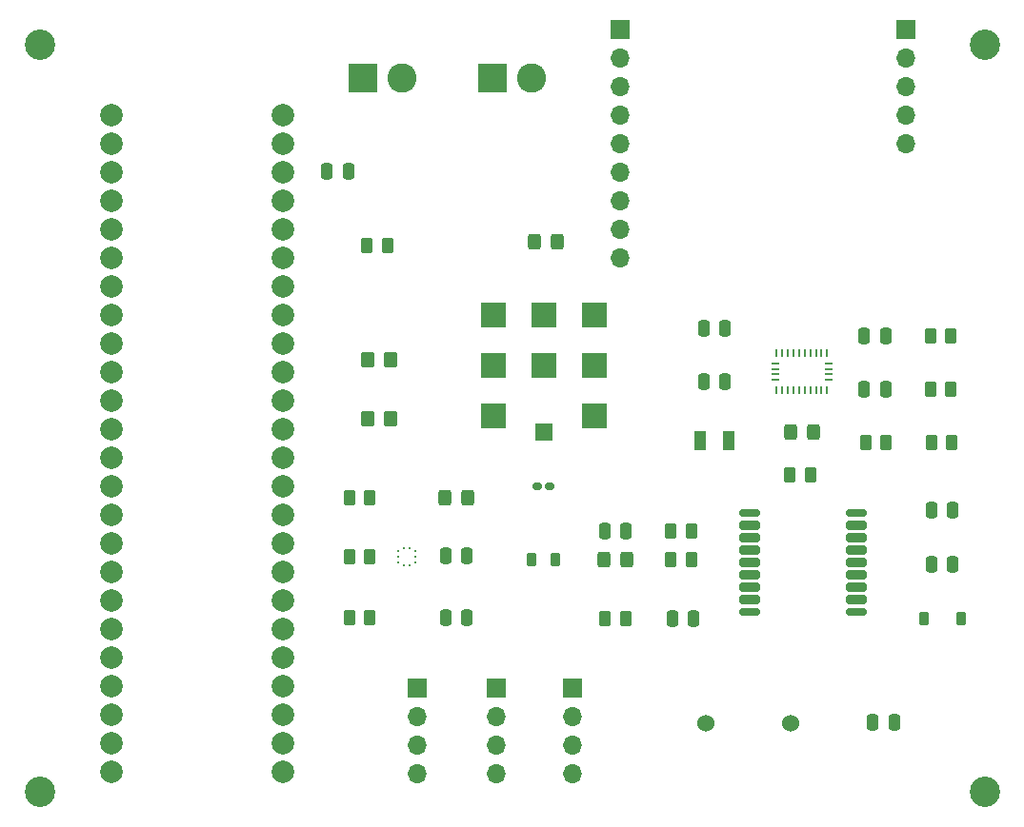
<source format=gbr>
%TF.GenerationSoftware,KiCad,Pcbnew,7.0.7*%
%TF.CreationDate,2024-02-14T21:09:05-05:00*%
%TF.ProjectId,Unified_Board,556e6966-6965-4645-9f42-6f6172642e6b,rev?*%
%TF.SameCoordinates,Original*%
%TF.FileFunction,Soldermask,Top*%
%TF.FilePolarity,Negative*%
%FSLAX46Y46*%
G04 Gerber Fmt 4.6, Leading zero omitted, Abs format (unit mm)*
G04 Created by KiCad (PCBNEW 7.0.7) date 2024-02-14 21:09:05*
%MOMM*%
%LPD*%
G01*
G04 APERTURE LIST*
G04 Aperture macros list*
%AMRoundRect*
0 Rectangle with rounded corners*
0 $1 Rounding radius*
0 $2 $3 $4 $5 $6 $7 $8 $9 X,Y pos of 4 corners*
0 Add a 4 corners polygon primitive as box body*
4,1,4,$2,$3,$4,$5,$6,$7,$8,$9,$2,$3,0*
0 Add four circle primitives for the rounded corners*
1,1,$1+$1,$2,$3*
1,1,$1+$1,$4,$5*
1,1,$1+$1,$6,$7*
1,1,$1+$1,$8,$9*
0 Add four rect primitives between the rounded corners*
20,1,$1+$1,$2,$3,$4,$5,0*
20,1,$1+$1,$4,$5,$6,$7,0*
20,1,$1+$1,$6,$7,$8,$9,0*
20,1,$1+$1,$8,$9,$2,$3,0*%
G04 Aperture macros list end*
%ADD10R,1.700000X1.700000*%
%ADD11O,1.700000X1.700000*%
%ADD12RoundRect,0.250000X-0.262500X-0.450000X0.262500X-0.450000X0.262500X0.450000X-0.262500X0.450000X0*%
%ADD13RoundRect,0.250000X-0.250000X-0.475000X0.250000X-0.475000X0.250000X0.475000X-0.250000X0.475000X0*%
%ADD14R,1.500000X1.500000*%
%ADD15R,2.300000X2.300000*%
%ADD16RoundRect,0.250000X0.325000X0.450000X-0.325000X0.450000X-0.325000X-0.450000X0.325000X-0.450000X0*%
%ADD17RoundRect,0.250000X0.250000X0.475000X-0.250000X0.475000X-0.250000X-0.475000X0.250000X-0.475000X0*%
%ADD18R,2.600000X2.600000*%
%ADD19C,2.600000*%
%ADD20R,0.250000X0.275000*%
%ADD21R,0.275000X0.250000*%
%ADD22C,2.700000*%
%ADD23RoundRect,0.250000X-0.325000X-0.450000X0.325000X-0.450000X0.325000X0.450000X-0.325000X0.450000X0*%
%ADD24R,0.254000X0.675000*%
%ADD25R,0.675000X0.254000*%
%ADD26R,1.000000X1.800000*%
%ADD27RoundRect,0.175000X0.725000X0.175000X-0.725000X0.175000X-0.725000X-0.175000X0.725000X-0.175000X0*%
%ADD28RoundRect,0.200000X0.700000X0.200000X-0.700000X0.200000X-0.700000X-0.200000X0.700000X-0.200000X0*%
%ADD29RoundRect,0.218750X0.218750X0.381250X-0.218750X0.381250X-0.218750X-0.381250X0.218750X-0.381250X0*%
%ADD30RoundRect,0.225000X-0.225000X-0.375000X0.225000X-0.375000X0.225000X0.375000X-0.225000X0.375000X0*%
%ADD31RoundRect,0.250000X-0.350000X-0.450000X0.350000X-0.450000X0.350000X0.450000X-0.350000X0.450000X0*%
%ADD32RoundRect,0.250000X0.262500X0.450000X-0.262500X0.450000X-0.262500X-0.450000X0.262500X-0.450000X0*%
%ADD33C,1.524000*%
%ADD34C,2.000000*%
%ADD35RoundRect,0.160000X-0.222500X-0.160000X0.222500X-0.160000X0.222500X0.160000X-0.222500X0.160000X0*%
G04 APERTURE END LIST*
D10*
%TO.C,J3*%
X107600000Y-96000000D03*
D11*
X107600000Y-98540000D03*
X107600000Y-101080000D03*
X107600000Y-103620000D03*
%TD*%
D12*
%TO.C,R15*%
X103087500Y-56600000D03*
X104912500Y-56600000D03*
%TD*%
D13*
%TO.C,C7*%
X153250000Y-85000000D03*
X155150000Y-85000000D03*
%TD*%
D14*
%TO.C,ANT1*%
X118800000Y-73200000D03*
D15*
X114300000Y-71800000D03*
X123300000Y-71800000D03*
X114300000Y-67300000D03*
X118800000Y-67300000D03*
X123300000Y-67300000D03*
X114300000Y-62800000D03*
X118800000Y-62800000D03*
X123300000Y-62800000D03*
%TD*%
D13*
%TO.C,C12*%
X124250000Y-82000000D03*
X126150000Y-82000000D03*
%TD*%
D16*
%TO.C,D5*%
X142775000Y-73200000D03*
X140725000Y-73200000D03*
%TD*%
D17*
%TO.C,C11*%
X99550000Y-50000000D03*
X101450000Y-50000000D03*
%TD*%
D18*
%TO.C,J1*%
X102750000Y-41750000D03*
D19*
X106250000Y-41750000D03*
%TD*%
D12*
%TO.C,R4*%
X101525000Y-84300000D03*
X103350000Y-84300000D03*
%TD*%
%TO.C,R16*%
X130087500Y-82000000D03*
X131912500Y-82000000D03*
%TD*%
D20*
%TO.C,Alt1*%
X106887500Y-83537500D03*
X106387500Y-83537500D03*
D21*
X105875000Y-83800000D03*
X105875000Y-84300000D03*
X105875000Y-84800000D03*
D20*
X106387500Y-85062500D03*
X106887500Y-85062500D03*
D21*
X107400000Y-84800000D03*
X107400000Y-84300000D03*
X107400000Y-83800000D03*
%TD*%
D13*
%TO.C,C5*%
X133050000Y-68750000D03*
X134950000Y-68750000D03*
%TD*%
D12*
%TO.C,R3*%
X101525000Y-89700000D03*
X103350000Y-89700000D03*
%TD*%
D22*
%TO.C,H1*%
X158000000Y-38750000D03*
%TD*%
D23*
%TO.C,D4*%
X110012500Y-79100000D03*
X112062500Y-79100000D03*
%TD*%
D18*
%TO.C,J7*%
X114250000Y-41750000D03*
D19*
X117750000Y-41750000D03*
%TD*%
D23*
%TO.C,D3*%
X124175000Y-84600000D03*
X126225000Y-84600000D03*
%TD*%
D10*
%TO.C,J2*%
X114600000Y-96000000D03*
D11*
X114600000Y-98540000D03*
X114600000Y-101080000D03*
X114600000Y-103620000D03*
%TD*%
D24*
%TO.C,U1*%
X144000000Y-69500000D03*
D25*
X144137500Y-68587500D03*
X144137500Y-68087500D03*
X144137500Y-67587500D03*
X144137500Y-67087500D03*
D24*
X144000000Y-66175000D03*
X143500000Y-66175000D03*
X143000000Y-66175000D03*
X142500000Y-66175000D03*
X142000000Y-66175000D03*
X141500000Y-66175000D03*
X141000000Y-66175000D03*
X140500000Y-66175000D03*
X140000000Y-66175000D03*
X139500000Y-66175000D03*
D25*
X139362500Y-67087500D03*
X139362500Y-67587500D03*
X139362500Y-68087500D03*
X139362500Y-68587500D03*
D24*
X139500000Y-69500000D03*
X140000000Y-69500000D03*
X140500000Y-69500000D03*
X141000000Y-69500000D03*
X141500000Y-69500000D03*
X142000000Y-69500000D03*
X142500000Y-69500000D03*
X143000000Y-69500000D03*
X143500000Y-69500000D03*
%TD*%
D13*
%TO.C,C2*%
X110087500Y-84200000D03*
X111987500Y-84200000D03*
%TD*%
D12*
%TO.C,R11*%
X140687500Y-77000000D03*
X142512500Y-77000000D03*
%TD*%
%TO.C,R7*%
X153275000Y-74162500D03*
X155100000Y-74162500D03*
%TD*%
%TO.C,R12*%
X101525000Y-79100000D03*
X103350000Y-79100000D03*
%TD*%
D17*
%TO.C,C8*%
X155150000Y-80200000D03*
X153250000Y-80200000D03*
%TD*%
D26*
%TO.C,Y1*%
X132750000Y-74000000D03*
X135250000Y-74000000D03*
%TD*%
D27*
%TO.C,U2*%
X146600000Y-89200000D03*
D28*
X146600000Y-88100000D03*
X146600000Y-87000000D03*
X146600000Y-85900000D03*
X146600000Y-84800000D03*
X146600000Y-83700000D03*
X146600000Y-82600000D03*
X146600000Y-81500000D03*
D27*
X146600000Y-80400000D03*
X137100000Y-80400000D03*
D28*
X137100000Y-81500000D03*
X137100000Y-82600000D03*
X137100000Y-83700000D03*
X137100000Y-84800000D03*
X137100000Y-85900000D03*
X137100000Y-87000000D03*
X137100000Y-88100000D03*
D27*
X137100000Y-89200000D03*
%TD*%
D10*
%TO.C,J4*%
X121400000Y-96000000D03*
D11*
X121400000Y-98540000D03*
X121400000Y-101080000D03*
X121400000Y-103620000D03*
%TD*%
D12*
%TO.C,R6*%
X153187500Y-69412500D03*
X155012500Y-69412500D03*
%TD*%
D29*
%TO.C,FB1*%
X119862500Y-84600000D03*
X117737500Y-84600000D03*
%TD*%
D10*
%TO.C,J5*%
X151000000Y-37380000D03*
D11*
X151000000Y-39920000D03*
X151000000Y-42460000D03*
X151000000Y-45000000D03*
X151000000Y-47540000D03*
%TD*%
D10*
%TO.C,J6*%
X125600000Y-37380000D03*
D11*
X125600000Y-39920000D03*
X125600000Y-42460000D03*
X125600000Y-45000000D03*
X125600000Y-47540000D03*
X125600000Y-50080000D03*
X125600000Y-52620000D03*
X125600000Y-55160000D03*
X125600000Y-57700000D03*
%TD*%
D22*
%TO.C,H3*%
X74000000Y-105250000D03*
%TD*%
D30*
%TO.C,D1*%
X152600000Y-89800000D03*
X155900000Y-89800000D03*
%TD*%
D17*
%TO.C,C1*%
X111987500Y-89700000D03*
X110087500Y-89700000D03*
%TD*%
D31*
%TO.C,R1*%
X103200000Y-66800000D03*
X105200000Y-66800000D03*
%TD*%
D12*
%TO.C,R5*%
X153187500Y-64662500D03*
X155012500Y-64662500D03*
%TD*%
D23*
%TO.C,D6*%
X117975000Y-56250000D03*
X120025000Y-56250000D03*
%TD*%
D32*
%TO.C,R9*%
X131912500Y-84600000D03*
X130087500Y-84600000D03*
%TD*%
D13*
%TO.C,C6*%
X133050000Y-64000000D03*
X134950000Y-64000000D03*
%TD*%
D17*
%TO.C,C9*%
X132150000Y-89800000D03*
X130250000Y-89800000D03*
%TD*%
D22*
%TO.C,H2*%
X74000000Y-38750000D03*
%TD*%
D13*
%TO.C,C3*%
X147300000Y-69412500D03*
X149200000Y-69412500D03*
%TD*%
D33*
%TO.C,BZ1*%
X133250000Y-99100000D03*
X140750000Y-99100000D03*
%TD*%
D13*
%TO.C,C8*%
X148050000Y-99000000D03*
X149950000Y-99000000D03*
%TD*%
D22*
%TO.C,H4*%
X158000000Y-105250000D03*
%TD*%
D13*
%TO.C,C4*%
X147300000Y-64662500D03*
X149200000Y-64662500D03*
%TD*%
D32*
%TO.C,R8*%
X149250000Y-74162500D03*
X147425000Y-74162500D03*
%TD*%
D34*
%TO.C,Teensy4.1*%
X80380000Y-44990000D03*
X80380000Y-47530000D03*
X80380000Y-50070000D03*
X80380000Y-52610000D03*
X80380000Y-55150000D03*
X80380000Y-57690000D03*
X80380000Y-60230000D03*
X80380000Y-62770000D03*
X80380000Y-65310000D03*
X80380000Y-67850000D03*
X80380000Y-70390000D03*
X80380000Y-72930000D03*
X80380000Y-75470000D03*
X80380000Y-78010000D03*
X80380000Y-80550000D03*
X80380000Y-83090000D03*
X80380000Y-85630000D03*
X80380000Y-88170000D03*
X80380000Y-90710000D03*
X80380000Y-93250000D03*
X80380000Y-95790000D03*
X80380000Y-98330000D03*
X80380000Y-100870000D03*
X80380000Y-103410000D03*
X95620000Y-103410000D03*
X95620000Y-100870000D03*
X95620000Y-98330000D03*
X95620000Y-95790000D03*
X95620000Y-93250000D03*
X95620000Y-90710000D03*
X95620000Y-88170000D03*
X95620000Y-85630000D03*
X95620000Y-83090000D03*
X95620000Y-80550000D03*
X95620000Y-78010000D03*
X95620000Y-75470000D03*
X95620000Y-72930000D03*
X95620000Y-70390000D03*
X95620000Y-67850000D03*
X95620000Y-65310000D03*
X95620000Y-62770000D03*
X95620000Y-60230000D03*
X95620000Y-57690000D03*
X95620000Y-55150000D03*
X95620000Y-52610000D03*
X95620000Y-50070000D03*
X95620000Y-47530000D03*
X95620000Y-44990000D03*
%TD*%
D35*
%TO.C,D7*%
X118227500Y-78000000D03*
X119372500Y-78000000D03*
%TD*%
D12*
%TO.C,R13*%
X124287500Y-89800000D03*
X126112500Y-89800000D03*
%TD*%
D31*
%TO.C,R2*%
X103200000Y-72000000D03*
X105200000Y-72000000D03*
%TD*%
M02*

</source>
